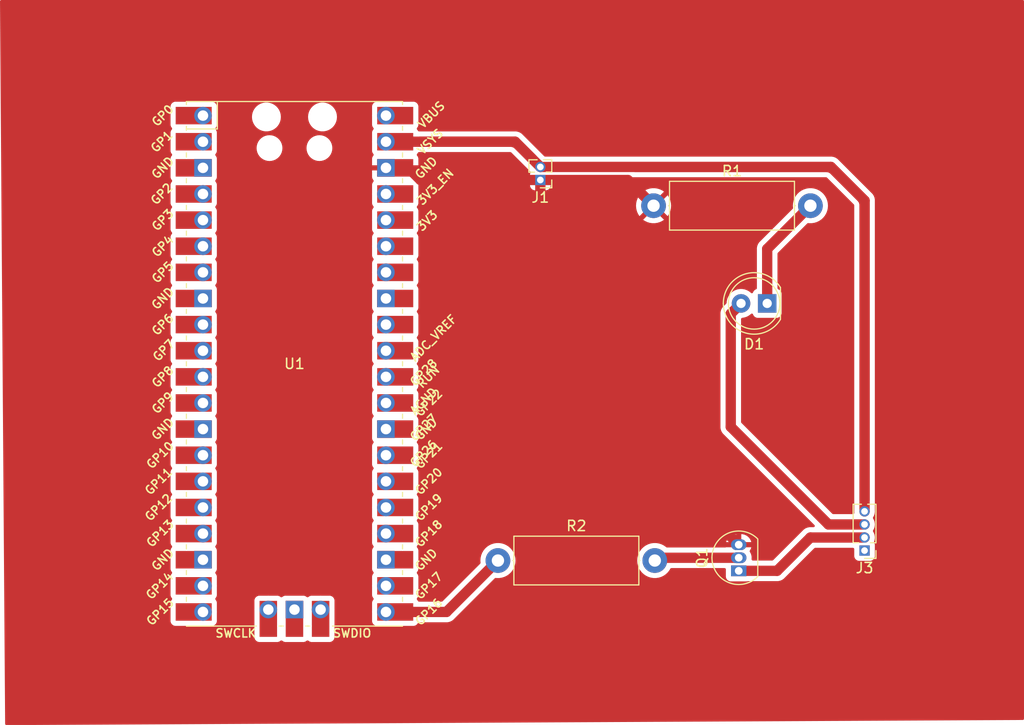
<source format=kicad_pcb>
(kicad_pcb (version 20240108) (generator "pcbnew") (generator_version "8.0")
  (layers (0 "F.Cu" signal) (31 "B.Cu" signal) (34 "B.Paste" user) (35 "F.Paste" user) (36 "B.SilkS" user "B.Silkscreen") (37 "F.SilkS" user "F.Silkscreen") (38 "B.Mask" user) (39 "F.Mask" user) (44 "Edge.Cuts" user))
  (net 0 "")
  (net 36 "Net-(D1-K)")
  (net 37 "VCC")
  (net 38 "GND")
  (net 39 "VCC_Led")
  (net 40 "VCC_Generic")
  (net 41 "GPIO16")
  (net 47 "Net-(J3-Pin_2)")
  (footprint "Resistor_THT:R_Axial_DIN0414_L11.9mm_D4.5mm_P15.24mm_Horizontal" (layer "F.Cu") (at 126 59)
    (property "Reference" "R1" (at 7.62 -3.37 360) (layer "F.SilkS"))
    (property "Value" "R220")
    (fp_line (start 1.44 0) (end 1.55 0) (stroke (width 0.12)) (layer "F.SilkS"))
    (fp_line (start 1.55 -2.37) (end 1.55 2.37) (stroke (width 0.12)) (layer "F.SilkS"))
    (fp_line (start 1.55 2.37) (end 13.69 2.37) (stroke (width 0.12)) (layer "F.SilkS"))
    (fp_line (start 13.69 -2.37) (end 1.55 -2.37) (stroke (width 0.12)) (layer "F.SilkS"))
    (fp_line (start 13.69 2.37) (end 13.69 -2.37) (stroke (width 0.12)) (layer "F.SilkS"))
    (fp_line (start 13.8 0) (end 13.69 0) (stroke (width 0.12)) (layer "F.SilkS"))
    (pad "1" thru_hole circle (at 0 0) (size 2.4 2.4) (drill 1.2) (layers "*.Cu" "*.Mask") (net 38 "GND"))
    (pad "2" thru_hole oval (at 15.24 0) (size 2.4 2.4) (drill 1.2) (layers "*.Cu" "*.Mask") (net 36 "Net-(D1-K)"))
  )
  (footprint "Resistor_THT:R_Axial_DIN0414_L11.9mm_D4.5mm_P15.24mm_Horizontal" (layer "F.Cu") (at 110.88 93.5)
    (property "Reference" "R2" (at 7.62 -3.37 0) (layer "F.SilkS"))
    (property "Value" "R10000")
    (fp_line (start 1.44 0) (end 1.55 0) (stroke (width 0.12)) (layer "F.SilkS"))
    (fp_line (start 1.55 -2.37) (end 1.55 2.37) (stroke (width 0.12)) (layer "F.SilkS"))
    (fp_line (start 1.55 2.37) (end 13.69 2.37) (stroke (width 0.12)) (layer "F.SilkS"))
    (fp_line (start 13.69 -2.37) (end 1.55 -2.37) (stroke (width 0.12)) (layer "F.SilkS"))
    (fp_line (start 13.69 2.37) (end 13.69 -2.37) (stroke (width 0.12)) (layer "F.SilkS"))
    (fp_line (start 13.8 0) (end 13.69 0) (stroke (width 0.12)) (layer "F.SilkS"))
    (pad "1" thru_hole circle (at 0 0) (size 2.4 2.4) (drill 1.2) (layers "*.Cu" "*.Mask") (net 41 "GPIO16"))
    (pad "2" thru_hole oval (at 15.24 0) (size 2.4 2.4) (drill 1.2) (layers "*.Cu" "*.Mask") (net 47 "Net-(J3-Pin_2)"))
  )
  (footprint "MCU_RaspberryPi_and_Boards:RPi_Pico_SMD_TH" (layer "F.Cu") (at 91.11 74.37)
    (property "Reference" "U1" (at 0 0 0) (layer "F.SilkS"))
    (property "Value" "Pico")
    (fp_line (start -10.5 -25.5) (end -10.5 -25.2) (stroke (width 0.12)) (layer "F.SilkS"))
    (fp_line (start -10.5 -25.5) (end 10.5 -25.5) (stroke (width 0.12)) (layer "F.SilkS"))
    (fp_line (start -10.5 -23.1) (end -10.5 -22.7) (stroke (width 0.12)) (layer "F.SilkS"))
    (fp_line (start -10.5 -22.833) (end -7.493 -22.833) (stroke (width 0.12)) (layer "F.SilkS"))
    (fp_line (start -10.5 -20.5) (end -10.5 -20.1) (stroke (width 0.12)) (layer "F.SilkS"))
    (fp_line (start -10.5 -18) (end -10.5 -17.6) (stroke (width 0.12)) (layer "F.SilkS"))
    (fp_line (start -10.5 -15.4) (end -10.5 -15) (stroke (width 0.12)) (layer "F.SilkS"))
    (fp_line (start -10.5 -12.9) (end -10.5 -12.5) (stroke (width 0.12)) (layer "F.SilkS"))
    (fp_line (start -10.5 -10.4) (end -10.5 -10) (stroke (width 0.12)) (layer "F.SilkS"))
    (fp_line (start -10.5 -7.8) (end -10.5 -7.4) (stroke (width 0.12)) (layer "F.SilkS"))
    (fp_line (start -10.5 -5.3) (end -10.5 -4.9) (stroke (width 0.12)) (layer "F.SilkS"))
    (fp_line (start -10.5 -2.7) (end -10.5 -2.3) (stroke (width 0.12)) (layer "F.SilkS"))
    (fp_line (start -10.5 -0.2) (end -10.5 0.2) (stroke (width 0.12)) (layer "F.SilkS"))
    (fp_line (start -10.5 2.3) (end -10.5 2.7) (stroke (width 0.12)) (layer "F.SilkS"))
    (fp_line (start -10.5 4.9) (end -10.5 5.3) (stroke (width 0.12)) (layer "F.SilkS"))
    (fp_line (start -10.5 7.4) (end -10.5 7.8) (stroke (width 0.12)) (layer "F.SilkS"))
    (fp_line (start -10.5 10) (end -10.5 10.4) (stroke (width 0.12)) (layer "F.SilkS"))
    (fp_line (start -10.5 12.5) (end -10.5 12.9) (stroke (width 0.12)) (layer "F.SilkS"))
    (fp_line (start -10.5 15.1) (end -10.5 15.5) (stroke (width 0.12)) (layer "F.SilkS"))
    (fp_line (start -10.5 17.6) (end -10.5 18) (stroke (width 0.12)) (layer "F.SilkS"))
    (fp_line (start -10.5 20.1) (end -10.5 20.5) (stroke (width 0.12)) (layer "F.SilkS"))
    (fp_line (start -10.5 22.7) (end -10.5 23.1) (stroke (width 0.12)) (layer "F.SilkS"))
    (fp_line (start -7.493 -22.833) (end -7.493 -25.5) (stroke (width 0.12)) (layer "F.SilkS"))
    (fp_line (start -3.7 25.5) (end -10.5 25.5) (stroke (width 0.12)) (layer "F.SilkS"))
    (fp_line (start -1.5 25.5) (end -1.1 25.5) (stroke (width 0.12)) (layer "F.SilkS"))
    (fp_line (start 1.1 25.5) (end 1.5 25.5) (stroke (width 0.12)) (layer "F.SilkS"))
    (fp_line (start 10.5 -25.5) (end 10.5 -25.2) (stroke (width 0.12)) (layer "F.SilkS"))
    (fp_line (start 10.5 -23.1) (end 10.5 -22.7) (stroke (width 0.12)) (layer "F.SilkS"))
    (fp_line (start 10.5 -20.5) (end 10.5 -20.1) (stroke (width 0.12)) (layer "F.SilkS"))
    (fp_line (start 10.5 -18) (end 10.5 -17.6) (stroke (width 0.12)) (layer "F.SilkS"))
    (fp_line (start 10.5 -15.4) (end 10.5 -15) (stroke (width 0.12)) (layer "F.SilkS"))
    (fp_line (start 10.5 -12.9) (end 10.5 -12.5) (stroke (width 0.12)) (layer "F.SilkS"))
    (fp_line (start 10.5 -10.4) (end 10.5 -10) (stroke (width 0.12)) (layer "F.SilkS"))
    (fp_line (start 10.5 -7.8) (end 10.5 -7.4) (stroke (width 0.12)) (layer "F.SilkS"))
    (fp_line (start 10.5 -5.3) (end 10.5 -4.9) (stroke (width 0.12)) (layer "F.SilkS"))
    (fp_line (start 10.5 -2.7) (end 10.5 -2.3) (stroke (width 0.12)) (layer "F.SilkS"))
    (fp_line (start 10.5 -0.2) (end 10.5 0.2) (stroke (width 0.12)) (layer "F.SilkS"))
    (fp_line (start 10.5 2.3) (end 10.5 2.7) (stroke (width 0.12)) (layer "F.SilkS"))
    (fp_line (start 10.5 4.9) (end 10.5 5.3) (stroke (width 0.12)) (layer "F.SilkS"))
    (fp_line (start 10.5 7.4) (end 10.5 7.8) (stroke (width 0.12)) (layer "F.SilkS"))
    (fp_line (start 10.5 10) (end 10.5 10.4) (stroke (width 0.12)) (layer "F.SilkS"))
    (fp_line (start 10.5 12.5) (end 10.5 12.9) (stroke (width 0.12)) (layer "F.SilkS"))
    (fp_line (start 10.5 15.1) (end 10.5 15.5) (stroke (width 0.12)) (layer "F.SilkS"))
    (fp_line (start 10.5 17.6) (end 10.5 18) (stroke (width 0.12)) (layer "F.SilkS"))
    (fp_line (start 10.5 20.1) (end 10.5 20.5) (stroke (width 0.12)) (layer "F.SilkS"))
    (fp_line (start 10.5 22.7) (end 10.5 23.1) (stroke (width 0.12)) (layer "F.SilkS"))
    (fp_line (start 10.5 25.5) (end 3.7 25.5) (stroke (width 0.12)) (layer "F.SilkS"))
    (fp_text user "GP14" (at -13.1 21.59 45) (layer "F.SilkS") (effects (font (size 0.8 0.8))))
    (fp_text user "SWCLK" (at -5.7 26.2 0) (layer "F.SilkS") (effects (font (size 0.8 0.8))))
    (fp_text user "GP9" (at -12.8 3.81 45) (layer "F.SilkS") (effects (font (size 0.8 0.8))))
    (fp_text user "GP6" (at -12.8 -3.81 45) (layer "F.SilkS") (effects (font (size 0.8 0.8))))
    (fp_text user "GP8" (at -12.8 1.27 45) (layer "F.SilkS") (effects (font (size 0.8 0.8))))
    (fp_text user "GP20" (at 13.054 11.43 45) (layer "F.SilkS") (effects (font (size 0.8 0.8))))
    (fp_text user "GP3" (at -12.8 -13.97 45) (layer "F.SilkS") (effects (font (size 0.8 0.8))))
    (fp_text user "GP18" (at 13.054 16.51 45) (layer "F.SilkS") (effects (font (size 0.8 0.8))))
    (fp_text user "GND" (at 12.8 -19.05 45) (layer "F.SilkS") (effects (font (size 0.8 0.8))))
    (fp_text user "GND" (at -12.8 19.05 45) (layer "F.SilkS") (effects (font (size 0.8 0.8))))
    (fp_text user "GP15" (at -13.054 24.13 45) (layer "F.SilkS") (effects (font (size 0.8 0.8))))
    (fp_text user "GND" (at -12.8 -19.05 45) (layer "F.SilkS") (effects (font (size 0.8 0.8))))
    (fp_text user "GP2" (at -12.9 -16.51 45) (layer "F.SilkS") (effects (font (size 0.8 0.8))))
    (fp_text user "GP26" (at 12.554 8.73 45) (layer "F.SilkS") (effects (font (size 0.8 0.8))))
    (fp_text user "GP21" (at 13.054 8.9 45) (layer "F.SilkS") (effects (font (size 0.8 0.8))))
    (fp_text user "3V3" (at 12.9 -13.9 45) (layer "F.SilkS") (effects (font (size 0.8 0.8))))
    (fp_text user "RUN" (at 13 1.27 45) (layer "F.SilkS") (effects (font (size 0.8 0.8))))
    (fp_text user "SWDIO" (at 5.6 26.2 0) (layer "F.SilkS") (effects (font (size 0.8 0.8))))
    (fp_text user "GND" (at -12.8 6.35 45) (layer "F.SilkS") (effects (font (size 0.8 0.8))))
    (fp_text user "GND" (at 12.8 19.05 45) (layer "F.SilkS") (effects (font (size 0.8 0.8))))
    (fp_text user "GP13" (at -13.054 16.51 45) (layer "F.SilkS") (effects (font (size 0.8 0.8))))
    (fp_text user "GP12" (at -13.2 13.97 45) (layer "F.SilkS") (effects (font (size 0.8 0.8))))
    (fp_text user "GP4" (at -12.8 -11.43 45) (layer "F.SilkS") (effects (font (size 0.8 0.8))))
    (fp_text user "GP10" (at -13.054 8.89 45) (layer "F.SilkS") (effects (font (size 0.8 0.8))))
    (fp_text user "AGND" (at 12.554 3.65 45) (layer "F.SilkS") (effects (font (size 0.8 0.8))))
    (fp_text user "GP5" (at -12.8 -8.89 45) (layer "F.SilkS") (effects (font (size 0.8 0.8))))
    (fp_text user "GP17" (at 13.054 21.59 45) (layer "F.SilkS") (effects (font (size 0.8 0.8))))
    (fp_text user "VSYS" (at 13.2 -21.59 45) (layer "F.SilkS") (effects (font (size 0.8 0.8))))
    (fp_text user "GP28" (at 12.554 0.856 45) (layer "F.SilkS") (effects (font (size 0.8 0.8))))
    (fp_text user "VBUS" (at 13.3 -24.2 45) (layer "F.SilkS") (effects (font (size 0.8 0.8))))
    (fp_text user "GP27" (at 12.554 6.2 45) (layer "F.SilkS") (effects (font (size 0.8 0.8))))
    (fp_text user "GP22" (at 13.054 3.81 45) (layer "F.SilkS") (effects (font (size 0.8 0.8))))
    (fp_text user "ADC_VREF" (at 13.5 -2.5 45) (layer "F.SilkS") (effects (font (size 0.8 0.8))))
    (fp_text user "GP11" (at -13.2 11.43 45) (layer "F.SilkS") (effects (font (size 0.8 0.8))))
    (fp_text user "3V3_EN" (at 13.7 -17.2 45) (layer "F.SilkS") (effects (font (size 0.8 0.8))))
    (fp_text user "GND" (at -12.8 -6.35 45) (layer "F.SilkS") (effects (font (size 0.8 0.8))))
    (fp_text user "GP7" (at -12.7 -1.3 45) (layer "F.SilkS") (effects (font (size 0.8 0.8))))
    (fp_text user "GND" (at 12.8 6.35 45) (layer "F.SilkS") (effects (font (size 0.8 0.8))))
    (fp_text user "GP16" (at 13.054 24.13 45) (layer "F.SilkS") (effects (font (size 0.8 0.8))))
    (fp_text user "GP19" (at 13.054 13.97 45) (layer "F.SilkS") (effects (font (size 0.8 0.8))))
    (fp_text user "GP1" (at -12.9 -21.6 45) (layer "F.SilkS") (effects (font (size 0.8 0.8))))
    (fp_text user "GP0" (at -12.8 -24.13 45) (layer "F.SilkS") (effects (font (size 0.8 0.8))))
    (pad "" np_thru_hole oval (at -2.725 -24) (size 1.8 1.8) (drill 1.8) (layers "*.Cu" "*.Mask"))
    (pad "" np_thru_hole oval (at -2.425 -20.97) (size 1.5 1.5) (drill 1.5) (layers "*.Cu" "*.Mask"))
    (pad "" np_thru_hole oval (at 2.425 -20.97) (size 1.5 1.5) (drill 1.5) (layers "*.Cu" "*.Mask"))
    (pad "" np_thru_hole oval (at 2.725 -24) (size 1.8 1.8) (drill 1.8) (layers "*.Cu" "*.Mask"))
    (pad "1" thru_hole oval (at -8.89 -24.13) (size 1.7 1.7) (drill 1.02) (layers "*.Cu" "*.Mask"))
    (pad "1" smd rect (at -8.89 -24.13) (size 3.5 1.7) (drill (offset -0.9 0)) (layers "F.Cu" "F.Mask"))
    (pad "2" thru_hole oval (at -8.89 -21.59) (size 1.7 1.7) (drill 1.02) (layers "*.Cu" "*.Mask"))
    (pad "2" smd rect (at -8.89 -21.59) (size 3.5 1.7) (drill (offset -0.9 0)) (layers "F.Cu" "F.Mask"))
    (pad "3" thru_hole rect (at -8.89 -19.05) (size 1.7 1.7) (drill 1.02) (layers "*.Cu" "*.Mask"))
    (pad "3" smd rect (at -8.89 -19.05) (size 3.5 1.7) (drill (offset -0.9 0)) (layers "F.Cu" "F.Mask"))
    (pad "4" thru_hole oval (at -8.89 -16.51) (size 1.7 1.7) (drill 1.02) (layers "*.Cu" "*.Mask"))
    (pad "4" smd rect (at -8.89 -16.51) (size 3.5 1.7) (drill (offset -0.9 0)) (layers "F.Cu" "F.Mask"))
    (pad "5" thru_hole oval (at -8.89 -13.97) (size 1.7 1.7) (drill 1.02) (layers "*.Cu" "*.Mask"))
    (pad "5" smd rect (at -8.89 -13.97) (size 3.5 1.7) (drill (offset -0.9 0)) (layers "F.Cu" "F.Mask"))
    (pad "6" thru_hole oval (at -8.89 -11.43) (size 1.7 1.7) (drill 1.02) (layers "*.Cu" "*.Mask"))
    (pad "6" smd rect (at -8.89 -11.43) (size 3.5 1.7) (drill (offset -0.9 0)) (layers "F.Cu" "F.Mask"))
    (pad "7" thru_hole oval (at -8.89 -8.89) (size 1.7 1.7) (drill 1.02) (layers "*.Cu" "*.Mask"))
    (pad "7" smd rect (at -8.89 -8.89) (size 3.5 1.7) (drill (offset -0.9 0)) (layers "F.Cu" "F.Mask"))
    (pad "8" thru_hole rect (at -8.89 -6.35) (size 1.7 1.7) (drill 1.02) (layers "*.Cu" "*.Mask"))
    (pad "8" smd rect (at -8.89 -6.35) (size 3.5 1.7) (drill (offset -0.9 0)) (layers "F.Cu" "F.Mask"))
    (pad "9" thru_hole oval (at -8.89 -3.81) (size 1.7 1.7) (drill 1.02) (layers "*.Cu" "*.Mask"))
    (pad "9" smd rect (at -8.89 -3.81) (size 3.5 1.7) (drill (offset -0.9 0)) (layers "F.Cu" "F.Mask"))
    (pad "10" thru_hole oval (at -8.89 -1.27) (size 1.7 1.7) (drill 1.02) (layers "*.Cu" "*.Mask"))
    (pad "10" smd rect (at -8.89 -1.27) (size 3.5 1.7) (drill (offset -0.9 0)) (layers "F.Cu" "F.Mask"))
    (pad "11" thru_hole oval (at -8.89 1.27) (size 1.7 1.7) (drill 1.02) (layers "*.Cu" "*.Mask"))
    (pad "11" smd rect (at -8.89 1.27) (size 3.5 1.7) (drill (offset -0.9 0)) (layers "F.Cu" "F.Mask"))
    (pad "12" thru_hole oval (at -8.89 3.81) (size 1.7 1.7) (drill 1.02) (layers "*.Cu" "*.Mask"))
    (pad "12" smd rect (at -8.89 3.81) (size 3.5 1.7) (drill (offset -0.9 0)) (layers "F.Cu" "F.Mask"))
    (pad "13" thru_hole rect (at -8.89 6.35) (size 1.7 1.7) (drill 1.02) (layers "*.Cu" "*.Mask"))
    (pad "13" smd rect (at -8.89 6.35) (size 3.5 1.7) (drill (offset -0.9 0)) (layers "F.Cu" "F.Mask"))
    (pad "14" thru_hole oval (at -8.89 8.89) (size 1.7 1.7) (drill 1.02) (layers "*.Cu" "*.Mask"))
    (pad "14" smd rect (at -8.89 8.89) (size 3.5 1.7) (drill (offset -0.9 0)) (layers "F.Cu" "F.Mask"))
    (pad "15" thru_hole oval (at -8.89 11.43) (size 1.7 1.7) (drill 1.02) (layers "*.Cu" "*.Mask"))
    (pad "15" smd rect (at -8.89 11.43) (size 3.5 1.7) (drill (offset -0.9 0)) (layers "F.Cu" "F.Mask"))
    (pad "16" thru_hole oval (at -8.89 13.97) (size 1.7 1.7) (drill 1.02) (layers "*.Cu" "*.Mask"))
    (pad "16" smd rect (at -8.89 13.97) (size 3.5 1.7) (drill (offset -0.9 0)) (layers "F.Cu" "F.Mask"))
    (pad "17" thru_hole oval (at -8.89 16.51) (size 1.7 1.7) (drill 1.02) (layers "*.Cu" "*.Mask"))
    (pad "17" smd rect (at -8.89 16.51) (size 3.5 1.7) (drill (offset -0.9 0)) (layers "F.Cu" "F.Mask"))
    (pad "18" thru_hole rect (at -8.89 19.05) (size 1.7 1.7) (drill 1.02) (layers "*.Cu" "*.Mask"))
    (pad "18" smd rect (at -8.89 19.05) (size 3.5 1.7) (drill (offset -0.9 0)) (layers "F.Cu" "F.Mask"))
    (pad "19" thru_hole oval (at -8.89 21.59) (size 1.7 1.7) (drill 1.02) (layers "*.Cu" "*.Mask"))
    (pad "19" smd rect (at -8.89 21.59) (size 3.5 1.7) (drill (offset -0.9 0)) (layers "F.Cu" "F.Mask"))
    (pad "20" thru_hole oval (at -8.89 24.13) (size 1.7 1.7) (drill 1.02) (layers "*.Cu" "*.Mask"))
    (pad "20" smd rect (at -8.89 24.13) (size 3.5 1.7) (drill (offset -0.9 0)) (layers "F.Cu" "F.Mask"))
    (pad "21" thru_hole oval (at 8.89 24.13) (size 1.7 1.7) (drill 1.02) (layers "*.Cu" "*.Mask") (net 41 "GPIO16"))
    (pad "21" smd rect (at 8.89 24.13) (size 3.5 1.7) (drill (offset 0.9 0)) (layers "F.Cu" "F.Mask") (net 41 "GPIO16"))
    (pad "22" thru_hole oval (at 8.89 21.59) (size 1.7 1.7) (drill 1.02) (layers "*.Cu" "*.Mask"))
    (pad "22" smd rect (at 8.89 21.59) (size 3.5 1.7) (drill (offset 0.9 0)) (layers "F.Cu" "F.Mask"))
    (pad "23" thru_hole rect (at 8.89 19.05) (size 1.7 1.7) (drill 1.02) (layers "*.Cu" "*.Mask"))
    (pad "23" smd rect (at 8.89 19.05) (size 3.5 1.7) (drill (offset 0.9 0)) (layers "F.Cu" "F.Mask"))
    (pad "24" thru_hole oval (at 8.89 16.51) (size 1.7 1.7) (drill 1.02) (layers "*.Cu" "*.Mask"))
    (pad "24" smd rect (at 8.89 16.51) (size 3.5 1.7) (drill (offset 0.9 0)) (layers "F.Cu" "F.Mask"))
    (pad "25" thru_hole oval (at 8.89 13.97) (size 1.7 1.7) (drill 1.02) (layers "*.Cu" "*.Mask"))
    (pad "25" smd rect (at 8.89 13.97) (size 3.5 1.7) (drill (offset 0.9 0)) (layers "F.Cu" "F.Mask"))
    (pad "26" thru_hole oval (at 8.89 11.43) (size 1.7 1.7) (drill 1.02) (layers "*.Cu" "*.Mask"))
    (pad "26" smd rect (at 8.89 11.43) (size 3.5 1.7) (drill (offset 0.9 0)) (layers "F.Cu" "F.Mask"))
    (pad "27" thru_hole oval (at 8.89 8.89) (size 1.7 1.7) (drill 1.02) (layers "*.Cu" "*.Mask"))
    (pad "27" smd rect (at 8.89 8.89) (size 3.5 1.7) (drill (offset 0.9 0)) (layers "F.Cu" "F.Mask"))
    (pad "28" thru_hole rect (at 8.89 6.35) (size 1.7 1.7) (drill 1.02) (layers "*.Cu" "*.Mask"))
    (pad "28" smd rect (at 8.89 6.35) (size 3.5 1.7) (drill (offset 0.9 0)) (layers "F.Cu" "F.Mask"))
    (pad "29" thru_hole oval (at 8.89 3.81) (size 1.7 1.7) (drill 1.02) (layers "*.Cu" "*.Mask"))
    (pad "29" smd rect (at 8.89 3.81) (size 3.5 1.7) (drill (offset 0.9 0)) (layers "F.Cu" "F.Mask"))
    (pad "30" thru_hole oval (at 8.89 1.27) (size 1.7 1.7) (drill 1.02) (layers "*.Cu" "*.Mask"))
    (pad "30" smd rect (at 8.89 1.27) (size 3.5 1.7) (drill (offset 0.9 0)) (layers "F.Cu" "F.Mask"))
    (pad "31" thru_hole oval (at 8.89 -1.27) (size 1.7 1.7) (drill 1.02) (layers "*.Cu" "*.Mask"))
    (pad "31" smd rect (at 8.89 -1.27) (size 3.5 1.7) (drill (offset 0.9 0)) (layers "F.Cu" "F.Mask"))
    (pad "32" thru_hole oval (at 8.89 -3.81) (size 1.7 1.7) (drill 1.02) (layers "*.Cu" "*.Mask"))
    (pad "32" smd rect (at 8.89 -3.81) (size 3.5 1.7) (drill (offset 0.9 0)) (layers "F.Cu" "F.Mask"))
    (pad "33" thru_hole rect (at 8.89 -6.35) (size 1.7 1.7) (drill 1.02) (layers "*.Cu" "*.Mask"))
    (pad "33" smd rect (at 8.89 -6.35) (size 3.5 1.7) (drill (offset 0.9 0)) (layers "F.Cu" "F.Mask"))
    (pad "34" thru_hole oval (at 8.89 -8.89) (size 1.7 1.7) (drill 1.02) (layers "*.Cu" "*.Mask"))
    (pad "34" smd rect (at 8.89 -8.89) (size 3.5 1.7) (drill (offset 0.9 0)) (layers "F.Cu" "F.Mask"))
    (pad "35" thru_hole oval (at 8.89 -11.43) (size 1.7 1.7) (drill 1.02) (layers "*.Cu" "*.Mask"))
    (pad "35" smd rect (at 8.89 -11.43) (size 3.5 1.7) (drill (offset 0.9 0)) (layers "F.Cu" "F.Mask"))
    (pad "36" thru_hole oval (at 8.89 -13.97) (size 1.7 1.7) (drill 1.02) (layers "*.Cu" "*.Mask"))
    (pad "36" smd rect (at 8.89 -13.97) (size 3.5 1.7) (drill (offset 0.9 0)) (layers "F.Cu" "F.Mask"))
    (pad "37" thru_hole oval (at 8.89 -16.51) (size 1.7 1.7) (drill 1.02) (layers "*.Cu" "*.Mask"))
    (pad "37" smd rect (at 8.89 -16.51) (size 3.5 1.7) (drill (offset 0.9 0)) (layers "F.Cu" "F.Mask"))
    (pad "38" thru_hole rect (at 8.89 -19.05) (size 1.7 1.7) (drill 1.02) (layers "*.Cu" "*.Mask") (net 38 "GND"))
    (pad "38" smd rect (at 8.89 -19.05) (size 3.5 1.7) (drill (offset 0.9 0)) (layers "F.Cu" "F.Mask") (net 38 "GND"))
    (pad "39" thru_hole oval (at 8.89 -21.59) (size 1.7 1.7) (drill 1.02) (layers "*.Cu" "*.Mask") (net 37 "VCC"))
    (pad "39" smd rect (at 8.89 -21.59) (size 3.5 1.7) (drill (offset 0.9 0)) (layers "F.Cu" "F.Mask") (net 37 "VCC"))
    (pad "40" thru_hole oval (at 8.89 -24.13) (size 1.7 1.7) (drill 1.02) (layers "*.Cu" "*.Mask"))
    (pad "40" smd rect (at 8.89 -24.13) (size 3.5 1.7) (drill (offset 0.9 0)) (layers "F.Cu" "F.Mask"))
    (pad "41" thru_hole oval (at -2.54 23.9) (size 1.7 1.7) (drill 1.02) (layers "*.Cu" "*.Mask"))
    (pad "41" smd rect (at -2.54 23.9 90) (size 3.5 1.7) (drill (offset -0.9 0)) (layers "F.Cu" "F.Mask"))
    (pad "42" thru_hole rect (at 0 23.9) (size 1.7 1.7) (drill 1.02) (layers "*.Cu" "*.Mask"))
    (pad "42" smd rect (at 0 23.9 90) (size 3.5 1.7) (drill (offset -0.9 0)) (layers "F.Cu" "F.Mask"))
    (pad "43" thru_hole oval (at 2.54 23.9) (size 1.7 1.7) (drill 1.02) (layers "*.Cu" "*.Mask"))
    (pad "43" smd rect (at 2.54 23.9 90) (size 3.5 1.7) (drill (offset -0.9 0)) (layers "F.Cu" "F.Mask"))
  )
  (footprint "Package_TO_SOT_THT:TO-92_Inline" (layer "F.Cu") (at 134.275 94.5 90)
    (property "Reference" "Q1" (at 1.27 -3.56 270) (layer "F.SilkS"))
    (property "Value" "BC414")
    (fp_line (start -0.53 1.85) (end 3.07 1.85) (stroke (width 0.12)) (layer "F.SilkS"))
    (fp_arc (start 1.27 -2.6) (mid 3.672087 -0.994977) (end 3.108478 1.838478) (stroke (width 0.12)) (layer "F.SilkS"))
    (fp_arc (start -0.568478 1.838478) (mid -1.132087 -0.994977) (end 1.27 -2.6) (stroke (width 0.12)) (layer "F.SilkS"))
    (pad "1" thru_hole rect (at 0 0 90) (size 1.05 1.5) (drill 0.75) (layers "*.Cu" "*.Mask") (net 47 "Net-(J3-Pin_2)"))
    (pad "2" thru_hole oval (at 1.27 0 90) (size 1.05 1.5) (drill 0.75) (layers "*.Cu" "*.Mask") (net 47 "Net-(J3-Pin_2)"))
    (pad "3" thru_hole oval (at 2.54 0 90) (size 1.05 1.5) (drill 0.75) (layers "*.Cu" "*.Mask") (net 38 "GND"))
  )
  (footprint "Connector_PinHeader_1.27mm:PinHeader_1x04_P1.27mm_Vertical" (layer "F.Cu") (at 146.5 92.53 180)
    (property "Reference" "J3" (at 0 -1.695 180) (layer "F.SilkS"))
    (property "Value" "Conn_01x04_Pin")
    (fp_line (start 1.11 0.76) (end 1.11 4.505) (stroke (width 0.12)) (layer "F.SilkS"))
    (fp_line (start 0.563471 0.76) (end 1.11 0.76) (stroke (width 0.12)) (layer "F.SilkS"))
    (fp_line (start 0.30753 4.505) (end 1.11 4.505) (stroke (width 0.12)) (layer "F.SilkS"))
    (fp_line (start -1.11 4.505) (end -0.30753 4.505) (stroke (width 0.12)) (layer "F.SilkS"))
    (fp_line (start -1.11 0.76) (end -0.563471 0.76) (stroke (width 0.12)) (layer "F.SilkS"))
    (fp_line (start -1.11 0.76) (end -1.11 4.505) (stroke (width 0.12)) (layer "F.SilkS"))
    (fp_line (start -1.11 0) (end -1.11 -0.76) (stroke (width 0.12)) (layer "F.SilkS"))
    (fp_line (start -1.11 -0.76) (end 0 -0.76) (stroke (width 0.12)) (layer "F.SilkS"))
    (pad "1" thru_hole rect (at 0 0 180) (size 1 1) (drill 0.65) (layers "*.Cu" "*.Mask") (net 40 "VCC_Generic"))
    (pad "2" thru_hole oval (at 0 1.27 180) (size 1 1) (drill 0.65) (layers "*.Cu" "*.Mask") (net 47 "Net-(J3-Pin_2)"))
    (pad "3" thru_hole oval (at 0 2.54 180) (size 1 1) (drill 0.65) (layers "*.Cu" "*.Mask") (net 39 "VCC_Led"))
    (pad "4" thru_hole oval (at 0 3.81 180) (size 1 1) (drill 0.65) (layers "*.Cu" "*.Mask") (net 37 "VCC"))
  )
  (footprint "Connector_PinHeader_1.27mm:PinHeader_1x02_P1.27mm_Vertical" (layer "F.Cu") (at 115 56.5 180)
    (property "Reference" "J1" (at 0 -1.695 180) (layer "F.SilkS"))
    (property "Value" "Conn_01x02_Socket")
    (fp_line (start 1.11 0.76) (end 1.11 1.965) (stroke (width 0.12)) (layer "F.SilkS"))
    (fp_line (start 0.563471 0.76) (end 1.11 0.76) (stroke (width 0.12)) (layer "F.SilkS"))
    (fp_line (start 0.30753 1.965) (end 1.11 1.965) (stroke (width 0.12)) (layer "F.SilkS"))
    (fp_line (start -1.11 1.965) (end -0.30753 1.965) (stroke (width 0.12)) (layer "F.SilkS"))
    (fp_line (start -1.11 0.76) (end -0.563471 0.76) (stroke (width 0.12)) (layer "F.SilkS"))
    (fp_line (start -1.11 0.76) (end -1.11 1.965) (stroke (width 0.12)) (layer "F.SilkS"))
    (fp_line (start -1.11 0) (end -1.11 -0.76) (stroke (width 0.12)) (layer "F.SilkS"))
    (fp_line (start -1.11 -0.76) (end 0 -0.76) (stroke (width 0.12)) (layer "F.SilkS"))
    (pad "1" thru_hole rect (at 0 0 180) (size 1 1) (drill 0.65) (layers "*.Cu" "*.Mask") (net 38 "GND"))
    (pad "2" thru_hole oval (at 0 1.27 180) (size 1 1) (drill 0.65) (layers "*.Cu" "*.Mask") (net 37 "VCC"))
  )
  (footprint "LED_THT:LED_D5.0mm" (layer "F.Cu") (at 137.04 68.5 180)
    (property "Reference" "D1" (at 1.27 -3.96 180) (layer "F.SilkS"))
    (property "Value" "LED")
    (fp_line (start -1.29 -1.545) (end -1.29 1.545) (stroke (width 0.12)) (layer "F.SilkS"))
    (fp_arc (start 4.26 -0.000462) (mid 2.072002 2.880433) (end -1.29 1.54483) (stroke (width 0.12)) (layer "F.SilkS"))
    (fp_arc (start -1.29 -1.54483) (mid 2.072002 -2.880433) (end 4.26 0.000462) (stroke (width 0.12)) (layer "F.SilkS"))
    (fp_circle (center 1.27 0) (end 3.77 0) (stroke (width 0.12)) (fill none) (layer "F.SilkS"))
    (pad "1" thru_hole rect (at 0 0 180) (size 1.8 1.8) (drill 0.9) (layers "*.Cu" "*.Mask") (net 36 "Net-(D1-K)"))
    (pad "2" thru_hole circle (at 2.54 0 180) (size 1.8 1.8) (drill 0.9) (layers "*.Cu" "*.Mask") (net 39 "VCC_Led"))
  )
  (segment (start 137.04 63.2) (end 141.24 59) (width 1) (layer "F.Cu") (net 36))
  (segment (start 137.04 68.5) (end 137.04 63.2) (width 1) (layer "F.Cu") (net 36))
  (segment (start 143.23 55.23) (end 146.5 58.5) (width 1) (layer "F.Cu") (net 37))
  (segment (start 112.55 52.78) (end 100 52.78) (width 1) (layer "F.Cu") (net 37))
  (segment (start 146.5 58.5) (end 146.5 88.72) (width 1) (layer "F.Cu") (net 37))
  (segment (start 115 55.23) (end 143.23 55.23) (width 1) (layer "F.Cu") (net 37))
  (segment (start 115 55.23) (end 112.55 52.78) (width 1) (layer "F.Cu") (net 37))
  (segment (start 100 55.32) (end 101.32 55.32) (width 0.2) (layer "F.Cu") (net 38))
  (segment (start 115 56.5) (end 115 72.685) (width 1) (layer "F.Cu") (net 38))
  (segment (start 115 56.5) (end 123.5 56.5) (width 1) (layer "F.Cu") (net 38))
  (segment (start 103.35 56.5) (end 102.17 55.32) (width 1) (layer "F.Cu") (net 38))
  (segment (start 115 56.5) (end 103.35 56.5) (width 1) (layer "F.Cu") (net 38))
  (segment (start 123.5 56.5) (end 126 59) (width 1) (layer "F.Cu") (net 38))
  (segment (start 115 72.685) (end 134.275 91.96) (width 1) (layer "F.Cu") (net 38))
  (segment (start 102.17 55.32) (end 100 55.32) (width 1) (layer "F.Cu") (net 38))
  (segment (start 146.5 89.99) (end 142.99 89.99) (width 1) (layer "F.Cu") (net 39))
  (segment (start 133.5 69.5) (end 134.5 68.5) (width 1) (layer "F.Cu") (net 39))
  (segment (start 142.99 89.99) (end 133.5 80.5) (width 1) (layer "F.Cu") (net 39))
  (segment (start 133.5 80.5) (end 133.5 69.5) (width 1) (layer "F.Cu") (net 39))
  (segment (start 105.88 98.5) (end 110.88 93.5) (width 1) (layer "F.Cu") (net 41))
  (segment (start 100 98.5) (end 105.88 98.5) (width 1) (layer "F.Cu") (net 41))
  (segment (start 126.39 93.23) (end 126.12 93.5) (width 0.2) (layer "F.Cu") (net 47))
  (segment (start 134.275 93.23) (end 126.39 93.23) (width 1) (layer "F.Cu") (net 47))
  (segment (start 146.5 91.26) (end 141.24 91.26) (width 1) (layer "F.Cu") (net 47))
  (segment (start 141.24 91.26) (end 138 94.5) (width 1) (layer "F.Cu") (net 47))
  (segment (start 138 94.5) (end 134.275 94.5) (width 1) (layer "F.Cu") (net 47))
  (zone (net 38) (net_name "GND") (layer "F.Cu") (priority 1) (connect_pads (clearance 0.5)) (min_thickness 0.25) (fill yes (thermal_gap 0.5) (thermal_bridge_width 0.5))
    (polygon (pts (xy 62.5 39) (xy 63 109.5) (xy 162 109) (xy 162 39) (xy 162 39) (xy 162 39)))
  )
  (zone (net 37) (net_name "VCC") (layer "F.Cu") (connect_pads (clearance 0.5)) (min_thickness 0.25) (fill yes (thermal_gap 0.5) (thermal_bridge_width 0.5))
    (polygon (pts (xy 155.5 103) (xy 155.5 44.5) (xy 72.5 44.5) (xy 72.5 103)))
  )
)
</source>
